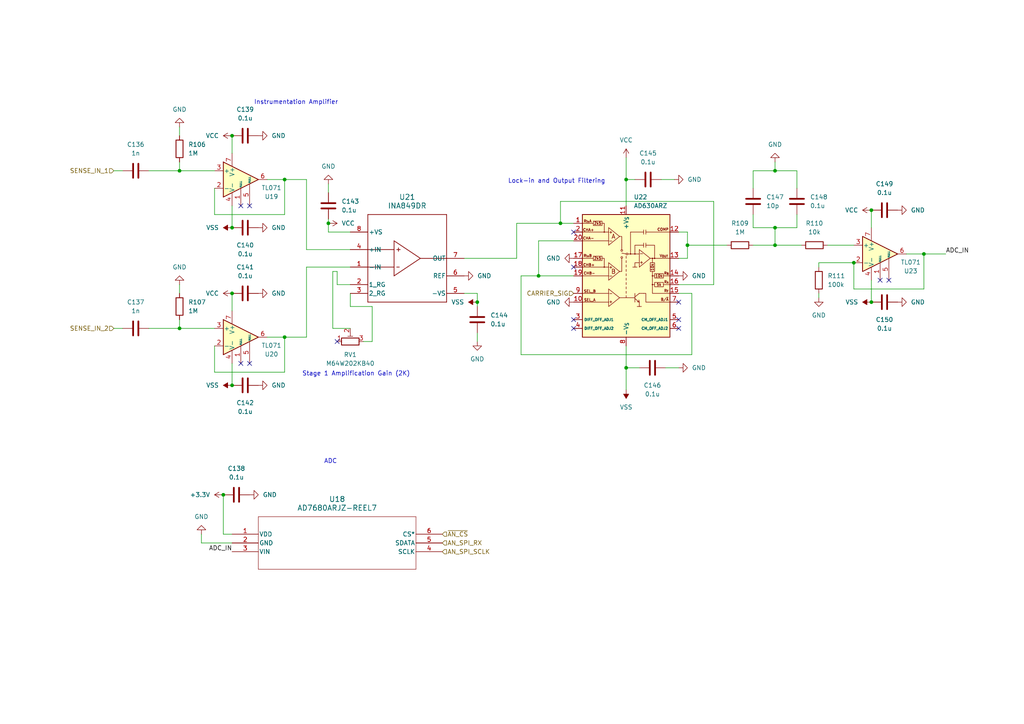
<source format=kicad_sch>
(kicad_sch (version 20230121) (generator eeschema)
  (paper "A4")
  (lib_symbols
    (symbol "AD7680ARJZ:AD7680ARJZ-REEL7" (pin_names (offset 0.254))
      (property "Reference" "U" (at 30.48 10.16 0))
      (property "Value" "AD7680ARJZ-REEL7" (at 30.48 7.62 0))
      (symbol "AD7680ARJZ-REEL7_0_1"
        (polyline (pts (xy 7.62 -10.16) (xy 53.34 -10.16)) (stroke (width 0.127)))
        (polyline (pts (xy 7.62 5.08) (xy 7.62 -10.16)) (stroke (width 0.127)))
        (polyline (pts (xy 53.34 -10.16) (xy 53.34 5.08)) (stroke (width 0.127)))
        (polyline (pts (xy 53.34 5.08) (xy 7.62 5.08)) (stroke (width 0.127)))
        (pin power_in line (at 0 0 0) (length 7.62) (name "VDD") (number "1"))
        (pin unspecified line (at 0 -2.54 0) (length 7.62) (name "GND") (number "2"))
        (pin unspecified line (at 0 -5.08 0) (length 7.62) (name "VIN") (number "3"))
        (pin unspecified line (at 60.96 -5.08 180) (length 7.62) (name "SCLK") (number "4"))
        (pin unspecified line (at 60.96 -2.54 180) (length 7.62) (name "SDATA") (number "5"))
        (pin unspecified line (at 60.96 0 180) (length 7.62) (name "CS*") (number "6"))
      )
    )
    (symbol "Amplifier_Operational:TL071" (pin_names (offset 0.127))
      (property "Reference" "U" (at 0 6.35 0))
      (property "Value" "TL071" (at 0 3.81 0))
      (symbol "TL071_0_1"
        (polyline (pts (xy -5.08 5.08) (xy 5.08 0) (xy -5.08 -5.08) (xy -5.08 5.08)) (stroke (width 0.254)) (fill (type background)))
      )
      (symbol "TL071_1_1"
        (pin input line (at 0 -7.62 90) (length 5.08) (name "NULL") (number "1"))
        (pin input line (at -7.62 -2.54 0) (length 2.54) (name "-") (number "2"))
        (pin input line (at -7.62 2.54 0) (length 2.54) (name "+") (number "3"))
        (pin power_in line (at -2.54 -7.62 90) (length 3.81) (name "V-") (number "4"))
        (pin input line (at 2.54 -7.62 90) (length 6.35) (name "NULL") (number "5"))
        (pin output line (at 7.62 0 180) (length 2.54) (name "~") (number "6"))
        (pin power_in line (at -2.54 7.62 270) (length 3.81) (name "V+") (number "7"))
        (pin no_connect line (at 0 2.54 270) (length 2.54) hide (name "NC") (number "8"))
      )
    )
    (symbol "Analog:AD630ARZ"
      (property "Reference" "U" (at -8.89 19.05 0))
      (property "Value" "AD630ARZ" (at 6.35 19.05 0))
      (symbol "AD630ARZ_0_0"
        (text "+" (at -4.445 -7.493 0) (effects (font (size 0.889 0.889))))
        (text "+" (at -4.445 2.54 0) (effects (font (size 0.889 0.889))))
        (text "+" (at -4.445 12.7 0) (effects (font (size 0.889 0.889))))
        (text "+" (at 4.445 3.937 0) (effects (font (size 0.889 0.889))))
        (text "-" (at -4.445 -5.08 0) (effects (font (size 0.889 0.889))))
        (text "-" (at -4.445 0 0) (effects (font (size 0.889 0.889))))
        (text "-" (at -4.445 10.16 0) (effects (font (size 0.889 0.889))))
        (text "-" (at 4.445 6.477 0) (effects (font (size 0.889 0.889))))
        (text "10k" (at 7.62 2.54 900) (effects (font (size 0.762 0.762))))
        (text "10k" (at 9.525 0 0) (effects (font (size 0.762 0.762))))
        (text "2k5" (at -8.255 5.08 0) (effects (font (size 0.762 0.762))))
        (text "2k5" (at -8.255 15.24 0) (effects (font (size 0.762 0.762))))
        (text "5k" (at 9.525 -2.54 0) (effects (font (size 0.762 0.762))))
        (text "A" (at -3.683 11.43 0) (effects (font (size 1.27 1.27))))
        (text "B" (at -3.683 1.27 0) (effects (font (size 1.27 1.27))))
        (text "B/~{A}" (at 11.176 -6.858 0) (effects (font (size 0.762 0.762))))
        (text "CHA+" (at -10.922 13.335 0) (effects (font (size 0.762 0.762))))
        (text "CHA-" (at -10.922 10.922 0) (effects (font (size 0.762 0.762))))
        (text "CHB+" (at -10.795 3.175 0) (effects (font (size 0.762 0.762))))
        (text "CHB-" (at -10.668 0.762 0) (effects (font (size 0.762 0.762))))
        (text "COMP" (at 10.668 13.462 0) (effects (font (size 0.762 0.762))))
        (text "R_{A}" (at 11.684 -1.778 0) (effects (font (size 0.762 0.762))))
        (text "R_{B}" (at 11.684 0.762 0) (effects (font (size 0.762 0.762))))
        (text "R_{F}" (at 11.684 -4.318 0) (effects (font (size 0.762 0.762))))
        (text "R_{in}A" (at -11.176 15.875 0) (effects (font (size 0.762 0.762))))
        (text "R_{in}B" (at -11.176 5.842 0) (effects (font (size 0.762 0.762))))
        (text "SEL_A" (at -10.541 -6.985 0) (effects (font (size 0.762 0.762))))
        (text "SEL_B" (at -10.541 -4.445 0) (effects (font (size 0.762 0.762))))
        (text "V_{OUT}" (at 10.922 5.842 0) (effects (font (size 0.762 0.762))))
      )
      (symbol "AD630ARZ_0_1"
        (rectangle (start -12.7 17.78) (end 12.7 -17.78) (stroke (width 0.254)) (fill (type background)))
        (circle (center -6.35 2.54) (radius 0.127))
        (circle (center -6.35 12.7) (radius 0.127))
        (circle (center -1.27 5.334) (radius 0.254))
        (circle (center -1.27 7.366) (radius 0.254))
        (polyline (pts (xy -12.7 -7.62) (xy -5.08 -7.62)))
        (polyline (pts (xy -12.7 -5.08) (xy -5.08 -5.08)))
        (polyline (pts (xy -12.7 0) (xy -5.08 0)))
        (polyline (pts (xy -12.7 5.08) (xy -9.525 5.08)))
        (polyline (pts (xy -12.7 10.16) (xy -5.08 10.16)))
        (polyline (pts (xy -12.7 15.24) (xy -9.525 15.24)))
        (polyline (pts (xy -6.35 12.7) (xy -5.08 12.7)))
        (polyline (pts (xy -1.905 -6.35) (xy 0 -6.35)))
        (polyline (pts (xy -1.27 8.89) (xy -1.27 7.62)))
        (polyline (pts (xy 0 -6.35) (xy 2.54 -6.35)))
        (polyline (pts (xy 0 -5.715) (xy 0 -6.35)))
        (polyline (pts (xy 0 -4.445) (xy 0 -5.08)))
        (polyline (pts (xy 0 -3.175) (xy 0 -3.81)))
        (polyline (pts (xy 0 -1.905) (xy 0 -2.54)))
        (polyline (pts (xy 0 -0.635) (xy 0 -1.27)))
        (polyline (pts (xy 0 0.635) (xy 0 0)))
        (polyline (pts (xy 0 1.905) (xy 0 1.27)))
        (polyline (pts (xy 0 3.175) (xy 0 2.54)))
        (polyline (pts (xy 0 4.445) (xy 0 3.81)))
        (polyline (pts (xy 0 5.715) (xy 0 5.08)))
        (polyline (pts (xy 0 6.35) (xy -1.27 6.604)))
        (polyline (pts (xy 1.27 6.35) (xy 0.508 6.35)))
        (polyline (pts (xy 1.27 6.35) (xy 1.27 12.7)))
        (polyline (pts (xy 1.27 6.35) (xy 3.81 6.35)))
        (polyline (pts (xy 1.905 2.54) (xy 3.175 2.54)))
        (polyline (pts (xy 2.54 -6.604) (xy 3.81 -7.62)))
        (polyline (pts (xy 2.54 -6.096) (xy 3.81 -5.08)))
        (polyline (pts (xy 2.54 -5.08) (xy 2.54 -7.62)))
        (polyline (pts (xy 3.81 -8.89) (xy 4.445 -8.89)))
        (polyline (pts (xy 3.81 -5.08) (xy 5.08 -5.08)))
        (polyline (pts (xy 3.81 7.62) (xy 3.81 2.54)))
        (polyline (pts (xy 5.08 9.525) (xy 5.08 8.255)))
        (polyline (pts (xy 5.08 12.065) (xy 5.08 12.7)))
        (polyline (pts (xy 5.715 9.525) (xy 5.715 8.255)))
        (polyline (pts (xy 5.715 12.7) (xy 12.7 12.7)))
        (polyline (pts (xy 5.715 13.335) (xy 5.715 12.065)))
        (polyline (pts (xy 7.62 1.27) (xy 7.62 -2.54)))
        (polyline (pts (xy 7.62 5.08) (xy 12.7 5.08)))
        (polyline (pts (xy 8.255 -2.54) (xy 7.62 -2.54)))
        (polyline (pts (xy 8.255 0) (xy 7.62 0)))
        (polyline (pts (xy 10.795 -2.54) (xy 12.7 -2.54)))
        (polyline (pts (xy 10.795 0) (xy 12.7 0)))
        (polyline (pts (xy -6.35 2.54) (xy -5.715 2.54) (xy -5.08 2.54)))
        (polyline (pts (xy -1.905 1.27) (xy -1.27 1.27) (xy -1.27 5.08)))
        (polyline (pts (xy -1.905 11.43) (xy -1.27 11.43) (xy -1.27 8.89)))
        (polyline (pts (xy 1.27 12.7) (xy 5.08 12.7) (xy 5.08 13.335)))
        (polyline (pts (xy 2.54 6.35) (xy 2.54 8.89) (xy 5.08 8.89)))
        (polyline (pts (xy 3.683 -6.985) (xy 3.81 -7.62) (xy 3.175 -7.493)))
        (polyline (pts (xy 3.81 -7.62) (xy 3.81 -8.89) (xy 3.175 -8.89)))
        (polyline (pts (xy 3.81 3.81) (xy 2.54 3.81) (xy 2.54 2.54)))
        (polyline (pts (xy 3.81 7.62) (xy 6.985 5.08) (xy 3.81 2.54)))
        (polyline (pts (xy 5.715 8.89) (xy 8.255 8.89) (xy 8.255 5.08)))
        (polyline (pts (xy 7.62 -2.54) (xy 7.62 -5.08) (xy 12.7 -5.08)))
        (polyline (pts (xy 7.62 3.81) (xy 7.62 5.08) (xy 6.985 5.08)))
        (polyline (pts (xy -6.985 5.08) (xy -6.35 5.08) (xy -6.35 2.54) (xy -12.7 2.54)))
        (polyline (pts (xy -6.985 15.24) (xy -6.35 15.24) (xy -6.35 12.7) (xy -12.7 12.7)))
        (polyline (pts (xy -5.08 -3.81) (xy -5.08 -8.89) (xy -1.905 -6.35) (xy -5.08 -3.81)))
        (polyline (pts (xy -5.08 3.81) (xy -5.08 -1.27) (xy -1.905 1.27) (xy -5.08 3.81)))
        (polyline (pts (xy -5.08 13.97) (xy -5.08 8.89) (xy -1.905 11.43) (xy -5.08 13.97)))
        (polyline (pts (xy 5.08 -5.08) (xy 5.715 -5.08) (xy 5.715 -7.62) (xy 12.7 -7.62)))
        (polyline (pts (xy -9.525 5.715) (xy -9.525 4.445) (xy -6.985 4.445) (xy -6.985 5.715) (xy -9.525 5.715)))
        (polyline (pts (xy -9.525 15.875) (xy -9.525 14.605) (xy -6.985 14.605) (xy -6.985 15.875) (xy -9.525 15.875)))
        (polyline (pts (xy 6.985 3.81) (xy 8.255 3.81) (xy 8.255 1.27) (xy 6.985 1.27) (xy 6.985 3.81)))
        (polyline (pts (xy 8.255 -1.905) (xy 8.255 -3.175) (xy 10.795 -3.175) (xy 10.795 -1.905) (xy 8.255 -1.905)))
        (polyline (pts (xy 8.255 0.635) (xy 8.255 -0.635) (xy 10.795 -0.635) (xy 10.795 0.635) (xy 8.255 0.635)))
        (circle (center 0.254 6.35) (radius 0.254))
        (circle (center 1.27 6.35) (radius 0.127))
        (circle (center 2.54 6.35) (radius 0.127))
        (circle (center 7.62 -2.54) (radius 0.127))
        (circle (center 7.62 0) (radius 0.127))
        (circle (center 7.62 5.08) (radius 0.127))
        (circle (center 8.255 5.08) (radius 0.127))
      )
      (symbol "AD630ARZ_1_1"
        (pin input line (at -15.24 15.24 0) (length 2.54) (name "R_{in}A") (number "1"))
        (pin input line (at -15.24 -7.62 0) (length 2.54) (name "SEL_A") (number "10"))
        (pin power_in line (at 0 20.32 270) (length 2.54) (name "+V_{S}") (number "11"))
        (pin passive line (at 15.24 12.7 180) (length 2.54) (name "COMP") (number "12"))
        (pin output line (at 15.24 5.08 180) (length 2.54) (name "V_{OUT}") (number "13"))
        (pin output line (at 15.24 0 180) (length 2.54) (name "R_{B}") (number "14"))
        (pin output line (at 15.24 -5.08 180) (length 2.54) (name "R_{F}") (number "15"))
        (pin output line (at 15.24 -2.54 180) (length 2.54) (name "R_{A}") (number "16"))
        (pin input line (at -15.24 5.08 0) (length 2.54) (name "R_{in}B") (number "17"))
        (pin input line (at -15.24 2.54 0) (length 2.54) (name "CHB+") (number "18"))
        (pin input line (at -15.24 0 0) (length 2.54) (name "CHB-") (number "19"))
        (pin input line (at -15.24 12.7 0) (length 2.54) (name "CHA+") (number "2"))
        (pin input line (at -15.24 10.16 0) (length 2.54) (name "CHA-") (number "20"))
        (pin passive line (at -15.24 -12.7 0) (length 2.54) (name "DIFF_OFF_ADJ1") (number "3"))
        (pin passive line (at -15.24 -15.24 0) (length 2.54) (name "DIFF_OFF_ADJ2") (number "4"))
        (pin passive line (at 15.24 -12.7 180) (length 2.54) (name "CM_OFF_ADJ1") (number "5"))
        (pin passive line (at 15.24 -15.24 180) (length 2.54) (name "CM_OFF_ADJ2") (number "6"))
        (pin open_collector line (at 15.24 -7.62 180) (length 2.54) (name "B/~{A}") (number "7"))
        (pin power_in line (at 0 -20.32 90) (length 2.54) (name "-V_{S}") (number "8"))
        (pin input line (at -15.24 -5.08 0) (length 2.54) (name "SEL_B") (number "9"))
      )
    )
    (symbol "Device:C" (pin_numbers hide) (pin_names (offset 0.254))
      (property "Reference" "C" (at 0.635 2.54 0))
      (property "Value" "C" (at 0.635 -2.54 0))
      (symbol "C_0_1"
        (polyline (pts (xy -2.032 -0.762) (xy 2.032 -0.762)) (stroke (width 0.508)))
        (polyline (pts (xy -2.032 0.762) (xy 2.032 0.762)) (stroke (width 0.508)))
      )
      (symbol "C_1_1"
        (pin passive line (at 0 3.81 270) (length 2.794) (name "~") (number "1"))
        (pin passive line (at 0 -3.81 90) (length 2.794) (name "~") (number "2"))
      )
    )
    (symbol "Device:R" (pin_numbers hide) (pin_names (offset 0))
      (property "Reference" "R" (at 2.032 0 90))
      (property "Value" "R" (at 0 0 90))
      (symbol "R_0_1"
        (rectangle (start -1.016 -2.54) (end 1.016 2.54) (stroke (width 0.254)))
      )
      (symbol "R_1_1"
        (pin passive line (at 0 3.81 270) (length 1.27) (name "~") (number "1"))
        (pin passive line (at 0 -3.81 90) (length 1.27) (name "~") (number "2"))
      )
    )
    (symbol "Device:R_Potentiometer_Trim" (pin_names (offset 1.016) hide)
      (property "Reference" "RV" (at -4.445 0 90))
      (property "Value" "R_Potentiometer_Trim" (at -2.54 0 90))
      (symbol "R_Potentiometer_Trim_0_1"
        (polyline (pts (xy 1.524 0.762) (xy 1.524 -0.762)))
        (polyline (pts (xy 2.54 0) (xy 1.524 0)))
        (rectangle (start 1.016 2.54) (end -1.016 -2.54) (stroke (width 0.254)))
      )
      (symbol "R_Potentiometer_Trim_1_1"
        (pin passive line (at 0 3.81 270) (length 1.27) (name "1") (number "1"))
        (pin passive line (at 3.81 0 180) (length 1.27) (name "2") (number "2"))
        (pin passive line (at 0 -3.81 90) (length 1.27) (name "3") (number "3"))
      )
    )
    (symbol "INA849DR:INA849DR" (pin_names (offset 0.254))
      (property "Reference" "U" (at 0 2.54 0))
      (property "Value" "INA849DR" (at 0 0 0))
      (symbol "INA849DR_0_1"
        (polyline (pts (xy 5.08 -20.32) (xy 27.94 -20.32)) (stroke (width 0.2032)))
        (polyline (pts (xy 5.08 5.08) (xy 5.08 -20.32)) (stroke (width 0.2032)))
        (polyline (pts (xy 12.7 -12.7) (xy 12.7 -2.54)) (stroke (width 0.2032)))
        (polyline (pts (xy 12.7 -12.7) (xy 20.32 -7.62)) (stroke (width 0.2032)))
        (polyline (pts (xy 12.7 -10.16) (xy 5.08 -10.16)) (stroke (width 0.2032)))
        (polyline (pts (xy 12.7 -5.08) (xy 5.08 -5.08)) (stroke (width 0.2032)))
        (polyline (pts (xy 12.7 -2.54) (xy 20.32 -7.62)) (stroke (width 0.2032)))
        (polyline (pts (xy 13.462 -10.16) (xy 14.224 -10.16)) (stroke (width 0.2032)))
        (polyline (pts (xy 13.462 -5.08) (xy 14.478 -5.08)) (stroke (width 0.2032)))
        (polyline (pts (xy 13.97 -4.572) (xy 13.97 -5.588)) (stroke (width 0.2032)))
        (polyline (pts (xy 20.32 -7.62) (xy 27.94 -7.62)) (stroke (width 0.2032)))
        (polyline (pts (xy 27.94 -20.32) (xy 27.94 5.08)) (stroke (width 0.2032)))
        (polyline (pts (xy 27.94 5.08) (xy 5.08 5.08)) (stroke (width 0.2032)))
        (pin tri_state line (at 0 -10.16 0) (length 5.08) (name "-IN") (number "1"))
        (pin unspecified line (at 0 -15.24 0) (length 5.08) (name "1_RG") (number "2"))
        (pin unspecified line (at 0 -17.78 0) (length 5.08) (name "2_RG") (number "3"))
        (pin tri_state line (at 0 -5.08 0) (length 5.08) (name "+IN") (number "4"))
        (pin power_in line (at 33.02 -17.78 180) (length 5.08) (name "-VS") (number "5"))
        (pin unspecified line (at 33.02 -12.7 180) (length 5.08) (name "REF") (number "6"))
        (pin unspecified line (at 33.02 -7.62 180) (length 5.08) (name "OUT") (number "7"))
        (pin power_in line (at 0 0 0) (length 5.08) (name "+VS") (number "8"))
      )
    )
    (symbol "power:+3.3V" (power) (pin_names (offset 0))
      (property "Value" "+3.3V" (at 0 3.556 0))
      (symbol "+3.3V_0_1"
        (polyline (pts (xy -0.762 1.27) (xy 0 2.54)))
        (polyline (pts (xy 0 0) (xy 0 2.54)))
        (polyline (pts (xy 0 2.54) (xy 0.762 1.27)))
      )
      (symbol "+3.3V_1_1"
        (pin power_in line (at 0 0 90) (length 0) hide (name "+3.3V") (number "1"))
      )
    )
    (symbol "power:GND" (power) (pin_names (offset 0))
      (property "Value" "GND" (at 0 -3.81 0))
      (symbol "GND_0_1"
        (polyline (pts (xy 0 0) (xy 0 -1.27) (xy 1.27 -1.27) (xy 0 -2.54) (xy -1.27 -1.27) (xy 0 -1.27)))
      )
      (symbol "GND_1_1"
        (pin power_in line (at 0 0 270) (length 0) hide (name "GND") (number "1"))
      )
    )
    (symbol "power:VCC" (power) (pin_names (offset 0))
      (property "Value" "VCC" (at 0 3.81 0))
      (symbol "VCC_0_1"
        (polyline (pts (xy -0.762 1.27) (xy 0 2.54)))
        (polyline (pts (xy 0 0) (xy 0 2.54)))
        (polyline (pts (xy 0 2.54) (xy 0.762 1.27)))
      )
      (symbol "VCC_1_1"
        (pin power_in line (at 0 0 90) (length 0) hide (name "VCC") (number "1"))
      )
    )
    (symbol "power:VSS" (power) (pin_names (offset 0))
      (property "Value" "VSS" (at 0 3.81 0))
      (symbol "VSS_0_1"
        (polyline (pts (xy 0 0) (xy 0 2.54)))
        (polyline (pts (xy 0.762 1.27) (xy -0.762 1.27) (xy 0 2.54) (xy 0.762 1.27)) (fill (type outline)))
      )
      (symbol "VSS_1_1"
        (pin power_in line (at 0 0 90) (length 0) hide (name "VSS") (number "1"))
      )
    )
  )
  (junction (at 67.31 85.09))
  (junction (at 67.31 39.37))
  (junction (at 199.39 71.12))
  (junction (at 82.55 52.07))
  (junction (at 156.21 80.01))
  (junction (at 67.31 111.76))
  (junction (at 67.31 66.04))
  (junction (at 181.61 106.68))
  (junction (at 138.43 87.63))
  (junction (at 224.79 66.04))
  (junction (at 52.07 49.53))
  (junction (at 224.79 71.12))
  (junction (at 267.97 73.66))
  (junction (at 52.07 95.25))
  (junction (at 162.56 64.77))
  (junction (at 252.73 87.63))
  (junction (at 64.77 143.51))
  (junction (at 181.61 52.07))
  (junction (at 82.55 97.79))
  (junction (at 224.79 49.53))
  (junction (at 252.73 60.96))
  (junction (at 95.25 64.77))
  (junction (at 247.65 76.2))
  (no_connect (at 255.27 81.28))
  (no_connect (at 196.85 87.63))
  (no_connect (at 166.37 92.71))
  (no_connect (at 72.39 105.41))
  (no_connect (at 166.37 95.25))
  (no_connect (at 97.79 99.06))
  (no_connect (at 166.37 77.47))
  (no_connect (at 196.85 92.71))
  (no_connect (at 196.85 95.25))
  (no_connect (at 69.85 59.69))
  (no_connect (at 69.85 105.41))
  (no_connect (at 257.81 81.28))
  (no_connect (at 166.37 67.31))
  (no_connect (at 72.39 59.69))
  (wire (pts (xy 138.43 87.63) (xy 138.43 88.9)))
  (wire (pts (xy 82.55 97.79) (xy 88.9 97.79)))
  (wire (pts (xy 196.85 85.09) (xy 200.66 85.09)))
  (wire (pts (xy 62.23 54.61) (xy 62.23 62.23)))
  (wire (pts (xy 64.77 154.94) (xy 67.31 154.94)))
  (wire (pts (xy 58.42 157.48) (xy 67.31 157.48)))
  (wire (pts (xy 196.85 67.31) (xy 199.39 67.31)))
  (wire (pts (xy 151.13 102.87) (xy 151.13 80.01)))
  (wire (pts (xy 224.79 66.04) (xy 231.14 66.04)))
  (wire (pts (xy 97.79 78.74) (xy 97.79 82.55)))
  (wire (pts (xy 218.44 49.53) (xy 224.79 49.53)))
  (wire (pts (xy 224.79 71.12) (xy 232.41 71.12)))
  (wire (pts (xy 181.61 106.68) (xy 185.42 106.68)))
  (wire (pts (xy 218.44 54.61) (xy 218.44 49.53)))
  (wire (pts (xy 95.25 53.34) (xy 95.25 55.88)))
  (wire (pts (xy 199.39 74.93) (xy 199.39 71.12)))
  (wire (pts (xy 64.77 143.51) (xy 64.77 154.94)))
  (wire (pts (xy 252.73 60.96) (xy 252.73 66.04)))
  (wire (pts (xy 200.66 85.09) (xy 200.66 102.87)))
  (wire (pts (xy 218.44 66.04) (xy 224.79 66.04)))
  (wire (pts (xy 82.55 62.23) (xy 82.55 52.07)))
  (wire (pts (xy 149.86 64.77) (xy 162.56 64.77)))
  (wire (pts (xy 62.23 107.95) (xy 82.55 107.95)))
  (wire (pts (xy 134.62 85.09) (xy 138.43 85.09)))
  (wire (pts (xy 247.65 83.82) (xy 267.97 83.82)))
  (wire (pts (xy 96.52 78.74) (xy 97.79 78.74)))
  (wire (pts (xy 274.32 73.66) (xy 267.97 73.66)))
  (wire (pts (xy 82.55 97.79) (xy 77.47 97.79)))
  (wire (pts (xy 67.31 66.04) (xy 67.31 59.69)))
  (wire (pts (xy 196.85 74.93) (xy 199.39 74.93)))
  (wire (pts (xy 231.14 49.53) (xy 231.14 54.61)))
  (wire (pts (xy 52.07 46.99) (xy 52.07 49.53)))
  (wire (pts (xy 33.02 95.25) (xy 35.56 95.25)))
  (wire (pts (xy 62.23 100.33) (xy 62.23 107.95)))
  (wire (pts (xy 156.21 80.01) (xy 166.37 80.01)))
  (wire (pts (xy 240.03 71.12) (xy 247.65 71.12)))
  (wire (pts (xy 96.52 95.25) (xy 101.6 95.25)))
  (wire (pts (xy 224.79 66.04) (xy 224.79 71.12)))
  (wire (pts (xy 181.61 45.72) (xy 181.61 52.07)))
  (wire (pts (xy 88.9 72.39) (xy 88.9 52.07)))
  (wire (pts (xy 97.79 82.55) (xy 101.6 82.55)))
  (wire (pts (xy 67.31 111.76) (xy 67.31 105.41)))
  (wire (pts (xy 193.04 106.68) (xy 196.85 106.68)))
  (wire (pts (xy 52.07 36.83) (xy 52.07 39.37)))
  (wire (pts (xy 151.13 80.01) (xy 156.21 80.01)))
  (wire (pts (xy 52.07 49.53) (xy 62.23 49.53)))
  (wire (pts (xy 200.66 102.87) (xy 151.13 102.87)))
  (wire (pts (xy 149.86 74.93) (xy 149.86 64.77)))
  (wire (pts (xy 43.18 95.25) (xy 52.07 95.25)))
  (wire (pts (xy 181.61 100.33) (xy 181.61 106.68)))
  (wire (pts (xy 33.02 49.53) (xy 35.56 49.53)))
  (wire (pts (xy 67.31 39.37) (xy 67.31 44.45)))
  (wire (pts (xy 207.01 58.42) (xy 207.01 82.55)))
  (wire (pts (xy 181.61 52.07) (xy 184.15 52.07)))
  (wire (pts (xy 138.43 96.52) (xy 138.43 99.06)))
  (wire (pts (xy 181.61 106.68) (xy 181.61 113.03)))
  (wire (pts (xy 156.21 80.01) (xy 156.21 69.85)))
  (wire (pts (xy 96.52 78.74) (xy 96.52 95.25)))
  (wire (pts (xy 138.43 85.09) (xy 138.43 87.63)))
  (wire (pts (xy 101.6 72.39) (xy 88.9 72.39)))
  (wire (pts (xy 52.07 82.55) (xy 52.07 85.09)))
  (wire (pts (xy 237.49 85.09) (xy 237.49 86.36)))
  (wire (pts (xy 52.07 95.25) (xy 62.23 95.25)))
  (wire (pts (xy 224.79 49.53) (xy 231.14 49.53)))
  (wire (pts (xy 218.44 71.12) (xy 224.79 71.12)))
  (wire (pts (xy 237.49 76.2) (xy 247.65 76.2)))
  (wire (pts (xy 105.41 99.06) (xy 107.95 99.06)))
  (wire (pts (xy 149.86 74.93) (xy 134.62 74.93)))
  (wire (pts (xy 101.6 88.9) (xy 101.6 85.09)))
  (wire (pts (xy 181.61 52.07) (xy 181.61 59.69)))
  (wire (pts (xy 162.56 64.77) (xy 166.37 64.77)))
  (wire (pts (xy 95.25 64.77) (xy 95.25 63.5)))
  (wire (pts (xy 88.9 97.79) (xy 88.9 77.47)))
  (wire (pts (xy 107.95 88.9) (xy 101.6 88.9)))
  (wire (pts (xy 252.73 87.63) (xy 252.73 81.28)))
  (wire (pts (xy 231.14 66.04) (xy 231.14 62.23)))
  (wire (pts (xy 237.49 77.47) (xy 237.49 76.2)))
  (wire (pts (xy 267.97 73.66) (xy 262.89 73.66)))
  (wire (pts (xy 191.77 52.07) (xy 195.58 52.07)))
  (wire (pts (xy 82.55 52.07) (xy 77.47 52.07)))
  (wire (pts (xy 88.9 77.47) (xy 101.6 77.47)))
  (wire (pts (xy 162.56 64.77) (xy 162.56 58.42)))
  (wire (pts (xy 199.39 71.12) (xy 210.82 71.12)))
  (wire (pts (xy 162.56 58.42) (xy 207.01 58.42)))
  (wire (pts (xy 218.44 62.23) (xy 218.44 66.04)))
  (wire (pts (xy 88.9 52.07) (xy 82.55 52.07)))
  (wire (pts (xy 107.95 99.06) (xy 107.95 88.9)))
  (wire (pts (xy 67.31 85.09) (xy 67.31 90.17)))
  (wire (pts (xy 199.39 71.12) (xy 199.39 67.31)))
  (wire (pts (xy 43.18 49.53) (xy 52.07 49.53)))
  (wire (pts (xy 267.97 83.82) (xy 267.97 73.66)))
  (wire (pts (xy 224.79 46.99) (xy 224.79 49.53)))
  (wire (pts (xy 156.21 69.85) (xy 166.37 69.85)))
  (wire (pts (xy 101.6 67.31) (xy 95.25 67.31)))
  (wire (pts (xy 52.07 92.71) (xy 52.07 95.25)))
  (wire (pts (xy 207.01 82.55) (xy 196.85 82.55)))
  (wire (pts (xy 82.55 107.95) (xy 82.55 97.79)))
  (wire (pts (xy 62.23 62.23) (xy 82.55 62.23)))
  (wire (pts (xy 58.42 154.94) (xy 58.42 157.48)))
  (wire (pts (xy 95.25 67.31) (xy 95.25 64.77)))
  (wire (pts (xy 247.65 76.2) (xy 247.65 83.82)))
  (text "Lock-in and Output Filtering" (at 147.32 53.34 0) (effects (font (size 1.27 1.27)) (justify left bottom)))
  (text "Instrumentation Amplifier" (at 73.66 30.48 0) (effects (font (size 1.27 1.27)) (justify left bottom)))
  (text "ADC" (at 97.79 134.62 0) (effects (font (size 1.27 1.27)) (justify right bottom)))
  (text "Stage 1 Amplification Gain (2K)\n" (at 87.63 109.22 0) (effects (font (size 1.27 1.27)) (justify left bottom)))
  (label "ADC_IN" (at 67.31 160.02 180))
  (label "ADC_IN" (at 274.32 73.66 0))
  (hierarchical_label "SENSE_IN_2" (shape input) (at 33.02 95.25 180))
  (hierarchical_label "AN_SPI_RX" (shape input) (at 128.27 157.48 0))
  (hierarchical_label "AN_SPI_SCLK" (shape input) (at 128.27 160.02 0))
  (hierarchical_label "CARRIER_SIG" (shape input) (at 166.37 85.09 180))
  (hierarchical_label "~{AN_CS}" (shape input) (at 128.27 154.94 0))
  (hierarchical_label "SENSE_IN_1" (shape input) (at 33.02 49.53 180))
  (symbol (lib_id "power:VCC") (at 67.31 85.09 90) (unit 1)
    (property "Reference" "#PWR0180" (effects hide))
    (property "Value" "VCC" (at 63.5 85.09 90) (effects (justify left)))
  )
  (symbol (lib_id "Device:R") (at 236.22 71.12 90) (unit 1)
    (property "Reference" "R110" (at 236.22 64.77 90))
    (property "Value" "10k" (at 236.22 67.31 90))
    (property "Footprint" "Resistor_SMD:R_0603_1608Metric" (effects hide))
  )
  (symbol (lib_id "power:+3.3V") (at 64.77 143.51 90) (unit 1)
    (property "Reference" "#PWR0177" (effects hide))
    (property "Value" "+3.3V" (at 60.96 143.51 90) (effects (justify left)))
  )
  (symbol (lib_id "power:GND") (at 52.07 36.83 180) (unit 1)
    (property "Reference" "#PWR0174" (effects hide))
    (property "Value" "GND" (at 52.07 31.75 0))
  )
  (symbol (lib_id "power:VCC") (at 181.61 45.72 0) (unit 1)
    (property "Reference" "#PWR0193" (effects hide))
    (property "Value" "VCC" (at 181.61 40.64 0))
  )
  (symbol (lib_id "Device:C") (at 187.96 52.07 270) (unit 1)
    (property "Reference" "C145" (at 187.96 44.45 90))
    (property "Value" "0.1u" (at 187.96 46.99 90))
    (property "Footprint" "Capacitor_SMD:C_0603_1608Metric" (effects hide))
  )
  (symbol (lib_id "power:GND") (at 74.93 66.04 90) (unit 1)
    (property "Reference" "#PWR0183" (effects hide))
    (property "Value" "GND" (at 78.74 66.04 90) (effects (justify right)))
  )
  (symbol (lib_id "Device:C") (at 231.14 58.42 0) (unit 1)
    (property "Reference" "C148" (at 234.95 57.15 0) (effects (justify left)))
    (property "Value" "0.1u" (at 234.95 59.69 0) (effects (justify left)))
    (property "Footprint" "Capacitor_SMD:C_0603_1608Metric" (effects hide))
  )
  (symbol (lib_id "power:GND") (at 166.37 74.93 270) (unit 1)
    (property "Reference" "#PWR0191" (effects hide))
    (property "Value" "GND" (at 162.56 74.93 90) (effects (justify right)))
  )
  (symbol (lib_id "Device:R_Potentiometer_Trim") (at 101.6 99.06 90) (unit 1)
    (property "Reference" "RV1" (at 101.6 102.87 90))
    (property "Value" "M64W202KB40" (at 101.6 105.41 90))
    (property "Footprint" "M64W103KB40:POT_2023-08-01_VIS" (effects hide))
  )
  (symbol (lib_id "power:GND") (at 58.42 154.94 180) (unit 1)
    (property "Reference" "#PWR0176" (effects hide))
    (property "Value" "GND" (at 58.42 149.86 0))
  )
  (symbol (lib_id "Analog:AD630ARZ") (at 181.61 80.01 0) (unit 1)
    (property "Reference" "U22" (at 183.8041 57.15 0) (effects (justify left)))
    (property "Value" "AD630ARZ" (at 183.8041 59.69 0) (effects (justify left)))
    (property "Footprint" "Package_SO:SOIC-20W_7.5x12.8mm_P1.27mm" (effects hide))
    (property "Datasheet" "https://www.analog.com/media/en/technical-documentation/data-sheets/ad630.pdf" (effects hide))
  )
  (symbol (lib_id "Device:C") (at 189.23 106.68 270) (unit 1)
    (property "Reference" "C146" (at 189.23 111.76 90))
    (property "Value" "0.1u" (at 189.23 114.3 90))
    (property "Footprint" "Capacitor_SMD:C_0603_1608Metric" (effects hide))
  )
  (symbol (lib_id "Device:C") (at 39.37 49.53 270) (unit 1)
    (property "Reference" "C136" (at 39.37 41.91 90))
    (property "Value" "1n" (at 39.37 44.45 90))
    (property "Footprint" "Capacitor_SMD:C_0603_1608Metric" (effects hide))
  )
  (symbol (lib_id "power:GND") (at 224.79 46.99 180) (unit 1)
    (property "Reference" "#PWR0198" (effects hide))
    (property "Value" "GND" (at 224.79 41.91 0))
  )
  (symbol (lib_id "power:GND") (at 74.93 85.09 90) (unit 1)
    (property "Reference" "#PWR0184" (effects hide))
    (property "Value" "GND" (at 78.74 85.09 90) (effects (justify right)))
  )
  (symbol (lib_id "Amplifier_Operational:TL071") (at 255.27 73.66 0) (unit 1)
    (property "Reference" "U23" (at 264.16 78.6131 0))
    (property "Value" "TL071" (at 264.16 76.0731 0))
    (property "Footprint" "Package_SO:TSSOP-8_3x3mm_P0.65mm" (effects hide))
    (property "Datasheet" "http://www.ti.com/lit/ds/symlink/tl071.pdf" (effects hide))
  )
  (symbol (lib_id "Device:R") (at 237.49 81.28 0) (unit 1)
    (property "Reference" "R111" (at 240.03 80.01 0) (effects (justify left)))
    (property "Value" "100k" (at 240.03 82.55 0) (effects (justify left)))
    (property "Footprint" "Resistor_SMD:R_0603_1608Metric" (effects hide))
  )
  (symbol (lib_id "power:GND") (at 166.37 87.63 270) (unit 1)
    (property "Reference" "#PWR0192" (effects hide))
    (property "Value" "GND" (at 162.56 87.63 90) (effects (justify right)))
  )
  (symbol (lib_id "power:VCC") (at 252.73 60.96 90) (unit 1)
    (property "Reference" "#PWR0200" (effects hide))
    (property "Value" "VCC" (at 248.92 60.96 90) (effects (justify left)))
  )
  (symbol (lib_id "power:GND") (at 260.35 60.96 90) (unit 1)
    (property "Reference" "#PWR0202" (effects hide))
    (property "Value" "GND" (at 264.16 60.96 90) (effects (justify right)))
  )
  (symbol (lib_id "AD7680ARJZ:AD7680ARJZ-REEL7") (at 67.31 154.94 0) (unit 1)
    (property "Reference" "U18" (at 97.79 144.78 0) (effects (font (size 1.524 1.524))))
    (property "Value" "AD7680ARJZ-REEL7" (at 97.79 147.32 0) (effects (font (size 1.524 1.524))))
    (property "Footprint" "AD7680ARJZ:RJ_6_ADI" (effects hide))
    (property "Datasheet" "AD7680ARJZ-REEL7" (effects hide))
  )
  (symbol (lib_id "Device:C") (at 256.54 87.63 270) (unit 1)
    (property "Reference" "C150" (at 256.54 92.71 90))
    (property "Value" "0.1u" (at 256.54 95.25 90))
    (property "Footprint" "Capacitor_SMD:C_0603_1608Metric" (effects hide))
  )
  (symbol (lib_id "Device:C") (at 138.43 92.71 0) (unit 1)
    (property "Reference" "C144" (at 142.24 91.44 0) (effects (justify left)))
    (property "Value" "0.1u" (at 142.24 93.98 0) (effects (justify left)))
    (property "Footprint" "Capacitor_SMD:C_0603_1608Metric" (effects hide))
  )
  (symbol (lib_id "power:VSS") (at 138.43 87.63 90) (unit 1)
    (property "Reference" "#PWR0189" (effects hide))
    (property "Value" "VSS" (at 134.62 87.63 90) (effects (justify left)))
  )
  (symbol (lib_id "power:GND") (at 74.93 111.76 90) (unit 1)
    (property "Reference" "#PWR0185" (effects hide))
    (property "Value" "GND" (at 78.74 111.76 90) (effects (justify right)))
  )
  (symbol (lib_id "power:GND") (at 237.49 86.36 0) (unit 1)
    (property "Reference" "#PWR0199" (effects hide))
    (property "Value" "GND" (at 237.49 91.44 0))
  )
  (symbol (lib_id "power:GND") (at 95.25 53.34 180) (unit 1)
    (property "Reference" "#PWR0186" (effects hide))
    (property "Value" "GND" (at 95.25 48.26 0))
  )
  (symbol (lib_id "Device:C") (at 71.12 39.37 90) (unit 1)
    (property "Reference" "C139" (at 71.12 31.75 90))
    (property "Value" "0.1u" (at 71.12 34.29 90))
    (property "Footprint" "Capacitor_SMD:C_0603_1608Metric" (effects hide))
  )
  (symbol (lib_id "power:VCC") (at 95.25 64.77 270) (unit 1)
    (property "Reference" "#PWR0187" (effects hide))
    (property "Value" "VCC" (at 99.06 64.77 90) (effects (justify left)))
  )
  (symbol (lib_id "power:GND") (at 138.43 99.06 0) (unit 1)
    (property "Reference" "#PWR0190" (effects hide))
    (property "Value" "GND" (at 138.43 104.14 0))
  )
  (symbol (lib_id "power:GND") (at 195.58 52.07 90) (unit 1)
    (property "Reference" "#PWR0195" (effects hide))
    (property "Value" "GND" (at 199.39 52.07 90) (effects (justify right)))
  )
  (symbol (lib_id "Device:C") (at 71.12 85.09 90) (unit 1)
    (property "Reference" "C141" (at 71.12 77.47 90))
    (property "Value" "0.1u" (at 71.12 80.01 90))
    (property "Footprint" "Capacitor_SMD:C_0603_1608Metric" (effects hide))
  )
  (symbol (lib_id "Amplifier_Operational:TL071") (at 69.85 97.79 0) (unit 1)
    (property "Reference" "U20" (at 78.74 102.7431 0))
    (property "Value" "TL071" (at 78.74 100.2031 0))
    (property "Footprint" "Package_SO:TSSOP-8_3x3mm_P0.65mm" (effects hide))
    (property "Datasheet" "http://www.ti.com/lit/ds/symlink/tl071.pdf" (effects hide))
  )
  (symbol (lib_id "Device:R") (at 52.07 43.18 0) (unit 1)
    (property "Reference" "R106" (at 54.61 41.91 0) (effects (justify left)))
    (property "Value" "1M" (at 54.61 44.45 0) (effects (justify left)))
    (property "Footprint" "Resistor_SMD:R_0603_1608Metric" (effects hide))
  )
  (symbol (lib_id "INA849DR:INA849DR") (at 101.6 67.31 0) (unit 1)
    (property "Reference" "U21" (at 118.11 57.15 0) (effects (font (size 1.524 1.524))))
    (property "Value" "INA849DR" (at 118.11 59.69 0) (effects (font (size 1.524 1.524))))
    (property "Footprint" "INA849DR:D0008A-IPC_A" (effects hide))
    (property "Datasheet" "INA849DR" (effects hide))
  )
  (symbol (lib_id "power:VSS") (at 252.73 87.63 90) (unit 1)
    (property "Reference" "#PWR0201" (effects hide))
    (property "Value" "VSS" (at 248.92 87.63 90) (effects (justify left)))
  )
  (symbol (lib_id "Device:C") (at 39.37 95.25 270) (unit 1)
    (property "Reference" "C137" (at 39.37 87.63 90))
    (property "Value" "1n" (at 39.37 90.17 90))
    (property "Footprint" "Capacitor_SMD:C_0603_1608Metric" (effects hide))
  )
  (symbol (lib_id "power:VSS") (at 181.61 113.03 180) (unit 1)
    (property "Reference" "#PWR0194" (effects hide))
    (property "Value" "VSS" (at 181.61 118.11 0))
  )
  (symbol (lib_id "Amplifier_Operational:TL071") (at 69.85 52.07 0) (unit 1)
    (property "Reference" "U19" (at 78.74 57.0231 0))
    (property "Value" "TL071" (at 78.74 54.4831 0))
    (property "Footprint" "Package_SO:TSSOP-8_3x3mm_P0.65mm" (effects hide))
    (property "Datasheet" "http://www.ti.com/lit/ds/symlink/tl071.pdf" (effects hide))
  )
  (symbol (lib_id "power:GND") (at 196.85 80.01 90) (unit 1)
    (property "Reference" "#PWR0196" (effects hide))
    (property "Value" "GND" (at 200.66 80.01 90) (effects (justify right)))
  )
  (symbol (lib_id "Device:C") (at 71.12 66.04 270) (unit 1)
    (property "Reference" "C140" (at 71.12 71.12 90))
    (property "Value" "0.1u" (at 71.12 73.66 90))
    (property "Footprint" "Capacitor_SMD:C_0603_1608Metric" (effects hide))
  )
  (symbol (lib_id "Device:C") (at 95.25 59.69 180) (unit 1)
    (property "Reference" "C143" (at 99.06 58.42 0) (effects (justify right)))
    (property "Value" "0.1u" (at 99.06 60.96 0) (effects (justify right)))
    (property "Footprint" "Capacitor_SMD:C_0603_1608Metric" (effects hide))
  )
  (symbol (lib_id "power:GND") (at 52.07 82.55 180) (unit 1)
    (property "Reference" "#PWR0175" (effects hide))
    (property "Value" "GND" (at 52.07 77.47 0))
  )
  (symbol (lib_id "power:VCC") (at 67.31 39.37 90) (unit 1)
    (property "Reference" "#PWR0178" (effects hide))
    (property "Value" "VCC" (at 63.5 39.37 90) (effects (justify left)))
  )
  (symbol (lib_id "power:GND") (at 74.93 39.37 90) (unit 1)
    (property "Reference" "#PWR0182" (effects hide))
    (property "Value" "GND" (at 78.74 39.37 90) (effects (justify right)))
  )
  (symbol (lib_id "Device:R") (at 52.07 88.9 0) (unit 1)
    (property "Reference" "R107" (at 54.61 87.63 0) (effects (justify left)))
    (property "Value" "1M" (at 54.61 90.17 0) (effects (justify left)))
    (property "Footprint" "Resistor_SMD:R_0603_1608Metric" (effects hide))
  )
  (symbol (lib_id "power:GND") (at 260.35 87.63 90) (unit 1)
    (property "Reference" "#PWR0203" (effects hide))
    (property "Value" "GND" (at 264.16 87.63 90) (effects (justify right)))
  )
  (symbol (lib_id "power:VSS") (at 67.31 111.76 90) (unit 1)
    (property "Reference" "#PWR0181" (effects hide))
    (property "Value" "VSS" (at 63.5 111.76 90) (effects (justify left)))
  )
  (symbol (lib_id "Device:R") (at 214.63 71.12 90) (unit 1)
    (property "Reference" "R109" (at 214.63 64.77 90))
    (property "Value" "1M" (at 214.63 67.31 90))
    (property "Footprint" "Resistor_SMD:R_0603_1608Metric" (effects hide))
  )
  (symbol (lib_id "Device:C") (at 218.44 58.42 0) (unit 1)
    (property "Reference" "C147" (at 222.25 57.15 0) (effects (justify left)))
    (property "Value" "10p" (at 222.25 59.69 0) (effects (justify left)))
    (property "Footprint" "Capacitor_SMD:C_0603_1608Metric" (effects hide))
  )
  (symbol (lib_id "power:GND") (at 196.85 106.68 90) (unit 1)
    (property "Reference" "#PWR0197" (effects hide))
    (property "Value" "GND" (at 200.66 106.68 90) (effects (justify right)))
  )
  (symbol (lib_id "power:VSS") (at 67.31 66.04 90) (unit 1)
    (property "Reference" "#PWR0179" (effects hide))
    (property "Value" "VSS" (at 63.5 66.04 90) (effects (justify left)))
  )
  (symbol (lib_id "Device:C") (at 256.54 60.96 90) (unit 1)
    (property "Reference" "C149" (at 256.54 53.34 90))
    (property "Value" "0.1u" (at 256.54 55.88 90))
    (property "Footprint" "Capacitor_SMD:C_0603_1608Metric" (effects hide))
  )
  (symbol (lib_id "power:GND") (at 134.62 80.01 90) (unit 1)
    (property "Reference" "#PWR0188" (effects hide))
    (property "Value" "GND" (at 138.43 80.01 90) (effects (justify right)))
  )
  (symbol (lib_id "Device:C") (at 68.58 143.51 90) (unit 1)
    (property "Reference" "C138" (at 68.58 135.89 90))
    (property "Value" "0.1u" (at 68.58 138.43 90))
    (property "Footprint" "Capacitor_SMD:C_0603_1608Metric" (effects hide))
  )
  (symbol (lib_id "power:GND") (at 72.39 143.51 90) (unit 1)
    (property "Reference" "#PWR0242" (effects hide))
    (property "Value" "GND" (at 76.2 143.51 90) (effects (justify right)))
  )
  (symbol (lib_id "Device:C") (at 71.12 111.76 270) (unit 1)
    (property "Reference" "C142" (at 71.12 116.84 90))
    (property "Value" "0.1u" (at 71.12 119.38 90))
    (property "Footprint" "Capacitor_SMD:C_0603_1608Metric" (effects hide))
  )
)
</source>
